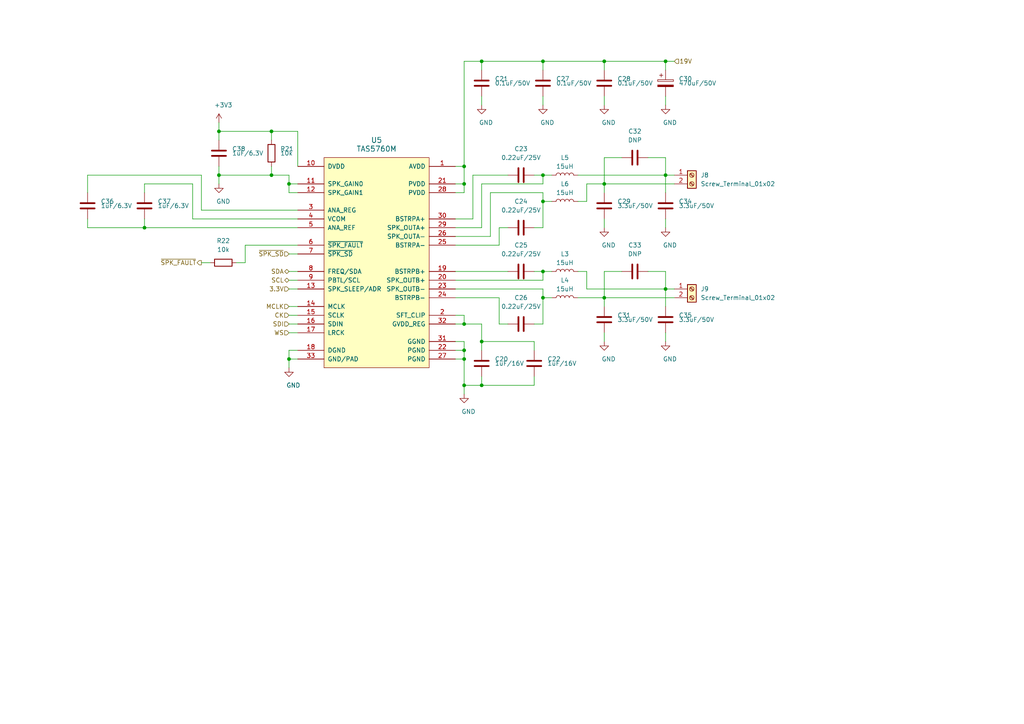
<source format=kicad_sch>
(kicad_sch (version 20201015) (generator eeschema)
  (paper "A4")
  (lib_symbols
    (symbol "Connector:Screw_Terminal_01x02" (pin_names (offset 1.016) hide)
      (property "Reference" "J" (at 0 2.54 0))
      (property "Value" "Screw_Terminal_01x02" (at 0 -5.08 0))
      (symbol "Screw_Terminal_01x02_1_1"
        (circle (center 0 -2.54) (radius 0.635) (stroke (width 0.1524)))
        (circle (center 0 0) (radius 0.635) (stroke (width 0.1524)))
        (rectangle (start -1.27 1.27) (end 1.27 -3.81) (stroke (width 0.254)) (fill (type background)))
        (polyline (pts (xy -0.5334 -2.2098) (xy 0.3302 -3.048)) (stroke (width 0.1524)))
        (polyline (pts (xy -0.5334 0.3302) (xy 0.3302 -0.508)) (stroke (width 0.1524)))
        (polyline (pts (xy -0.3556 -2.032) (xy 0.508 -2.8702)) (stroke (width 0.1524)))
        (polyline (pts (xy -0.3556 0.508) (xy 0.508 -0.3302)) (stroke (width 0.1524)))
        (pin passive line (at -5.08 0 0) (length 3.81) (name "Pin_1") (number "1"))
        (pin passive line (at -5.08 -2.54 0) (length 3.81) (name "Pin_2") (number "2"))
      )
    )
    (symbol "Device:C" (pin_numbers hide) (pin_names (offset 0.254))
      (property "Reference" "C" (at 0.635 2.54 0))
      (property "Value" "C" (at 0.635 -2.54 0))
      (symbol "C_0_1"
        (polyline (pts (xy -2.032 -0.762) (xy 2.032 -0.762)) (stroke (width 0.508)))
        (polyline (pts (xy -2.032 0.762) (xy 2.032 0.762)) (stroke (width 0.508)))
      )
      (symbol "C_1_1"
        (pin passive line (at 0 3.81 270) (length 2.794) (name "~") (number "1"))
        (pin passive line (at 0 -3.81 90) (length 2.794) (name "~") (number "2"))
      )
    )
    (symbol "Device:C_Polarized" (pin_numbers hide) (pin_names (offset 0.254))
      (property "Reference" "C" (at 0.635 2.54 0))
      (property "Value" "C_Polarized" (at 0.635 -2.54 0))
      (symbol "C_Polarized_0_1"
        (rectangle (start -2.286 0.508) (end 2.286 1.016))
        (rectangle (start 2.286 -0.508) (end -2.286 -1.016) (fill (type outline)))
        (polyline (pts (xy -1.778 2.286) (xy -0.762 2.286)))
        (polyline (pts (xy -1.27 2.794) (xy -1.27 1.778)))
      )
      (symbol "C_Polarized_1_1"
        (pin passive line (at 0 3.81 270) (length 2.794) (name "~") (number "1"))
        (pin passive line (at 0 -3.81 90) (length 2.794) (name "~") (number "2"))
      )
    )
    (symbol "Device:L" (pin_numbers hide) (pin_names (offset 1.016) hide)
      (property "Reference" "L" (at -1.27 0 90))
      (property "Value" "L" (at 1.905 0 90))
      (symbol "L_0_1"
        (arc (start 0 -2.54) (end 0 -1.27) (radius (at 0 -1.905) (length 0.635) (angles -89.9 89.9)))
        (arc (start 0 -1.27) (end 0 0) (radius (at 0 -0.635) (length 0.635) (angles -89.9 89.9)))
        (arc (start 0 0) (end 0 1.27) (radius (at 0 0.635) (length 0.635) (angles -89.9 89.9)))
        (arc (start 0 1.27) (end 0 2.54) (radius (at 0 1.905) (length 0.635) (angles -89.9 89.9)))
      )
      (symbol "L_1_1"
        (pin passive line (at 0 3.81 270) (length 1.27) (name "1") (number "1"))
        (pin passive line (at 0 -3.81 90) (length 1.27) (name "2") (number "2"))
      )
    )
    (symbol "Device:R" (pin_numbers hide) (pin_names (offset 0))
      (property "Reference" "R" (at 2.032 0 90))
      (property "Value" "R" (at 0 0 90))
      (symbol "R_0_1"
        (rectangle (start -1.016 -2.54) (end 1.016 2.54) (stroke (width 0.254)))
      )
      (symbol "R_1_1"
        (pin passive line (at 0 3.81 270) (length 1.27) (name "~") (number "1"))
        (pin passive line (at 0 -3.81 90) (length 1.27) (name "~") (number "2"))
      )
    )
    (symbol "HackAmp-Symbols:TAS5760M" (pin_names (offset 1.016))
      (property "Reference" "U" (at -7.62 31.75 0))
      (property "Value" "TAS5760M" (at 5.08 31.75 0))
      (symbol "TAS5760M_1_1"
        (rectangle (start -15.24 -30.48) (end 15.24 30.48) (fill (type background)))
        (pin power_in line (at 22.86 27.94 180) (length 7.62) (name "AVDD") (number "1"))
        (pin power_in line (at -22.86 27.94 0) (length 7.62) (name "DVDD") (number "10"))
        (pin input line (at -22.86 22.86 0) (length 7.62) (name "SPK_GAIN0") (number "11"))
        (pin input line (at -22.86 20.32 0) (length 7.62) (name "SPK_GAIN1") (number "12"))
        (pin input line (at -22.86 -7.62 0) (length 7.62) (name "SPK_SLEEP/ADR") (number "13"))
        (pin input line (at -22.86 -12.7 0) (length 7.62) (name "MCLK") (number "14"))
        (pin input line (at -22.86 -15.24 0) (length 7.62) (name "SCLK") (number "15"))
        (pin input line (at -22.86 -17.78 0) (length 7.62) (name "SDIN") (number "16"))
        (pin input line (at -22.86 -20.32 0) (length 7.62) (name "LRCK") (number "17"))
        (pin power_in line (at -22.86 -25.4 0) (length 7.62) (name "DGND") (number "18"))
        (pin power_out line (at 22.86 -2.54 180) (length 7.62) (name "BSTRPB+") (number "19"))
        (pin input line (at 22.86 -15.24 180) (length 7.62) (name "SFT_CLIP") (number "2"))
        (pin output line (at 22.86 -5.08 180) (length 7.62) (name "SPK_OUTB+") (number "20"))
        (pin power_in line (at 22.86 22.86 180) (length 7.62) (name "PVDD") (number "21"))
        (pin power_in line (at 22.86 -25.4 180) (length 7.62) (name "PGND") (number "22"))
        (pin output line (at 22.86 -7.62 180) (length 7.62) (name "SPK_OUTB-") (number "23"))
        (pin power_out line (at 22.86 -10.16 180) (length 7.62) (name "BSTRPB-") (number "24"))
        (pin power_out line (at 22.86 5.08 180) (length 7.62) (name "BSTRPA-") (number "25"))
        (pin output line (at 22.86 7.62 180) (length 7.62) (name "SPK_OUTA-") (number "26"))
        (pin power_in line (at 22.86 -27.94 180) (length 7.62) (name "PGND") (number "27"))
        (pin power_in line (at 22.86 20.32 180) (length 7.62) (name "PVDD") (number "28"))
        (pin output line (at 22.86 10.16 180) (length 7.62) (name "SPK_OUTA+") (number "29"))
        (pin power_out line (at -22.86 15.24 0) (length 7.62) (name "ANA_REG") (number "3"))
        (pin power_out line (at 22.86 12.7 180) (length 7.62) (name "BSTRPA+") (number "30"))
        (pin power_in line (at 22.86 -22.86 180) (length 7.62) (name "GGND") (number "31"))
        (pin power_out line (at 22.86 -17.78 180) (length 7.62) (name "GVDD_REG") (number "32"))
        (pin power_in line (at -22.86 -27.94 0) (length 7.62) (name "GND/PAD") (number "33"))
        (pin power_out line (at -22.86 12.7 0) (length 7.62) (name "VCOM") (number "4"))
        (pin power_out line (at -22.86 10.16 0) (length 7.62) (name "ANA_REF") (number "5"))
        (pin output line (at -22.86 5.08 0) (length 7.62) (name "~SPK_FAULT") (number "6"))
        (pin output line (at -22.86 2.54 0) (length 7.62) (name "~SPK_SD") (number "7"))
        (pin input line (at -22.86 -2.54 0) (length 7.62) (name "FREQ/SDA") (number "8"))
        (pin input line (at -22.86 -5.08 0) (length 7.62) (name "PBTL/SCL") (number "9"))
      )
    )
    (symbol "power:+3V3" (power) (pin_names (offset 0))
      (property "Value" "+3V3" (at 0 3.556 0))
      (symbol "+3V3_0_1"
        (polyline (pts (xy -0.762 1.27) (xy 0 2.54)))
        (polyline (pts (xy 0 0) (xy 0 2.54)))
        (polyline (pts (xy 0 2.54) (xy 0.762 1.27)))
      )
      (symbol "+3V3_1_1"
        (pin power_in line (at 0 0 90) (length 0) hide (name "+3V3") (number "1"))
      )
    )
    (symbol "power:GND" (power) (pin_names (offset 0))
      (property "Value" "GND" (at 0 -3.81 0))
      (symbol "GND_0_1"
        (polyline (pts (xy 0 0) (xy 0 -1.27) (xy 1.27 -1.27) (xy 0 -2.54) (xy -1.27 -1.27) (xy 0 -1.27)))
      )
      (symbol "GND_1_1"
        (pin power_in line (at 0 0 270) (length 0) hide (name "GND") (number "1"))
      )
    )
  )
  (junction (at 41.91 66.04) (diameter 0.9144))
  (junction (at 63.5 38.1) (diameter 0.9144))
  (junction (at 63.5 50.8) (diameter 0.9144))
  (junction (at 78.74 38.1) (diameter 0.9144))
  (junction (at 78.74 50.8) (diameter 0.9144))
  (junction (at 83.82 53.34) (diameter 0.9144))
  (junction (at 83.82 104.14) (diameter 0.9144))
  (junction (at 134.62 48.26) (diameter 0.9144))
  (junction (at 134.62 53.34) (diameter 0.9144))
  (junction (at 134.62 93.98) (diameter 0.9144))
  (junction (at 134.62 101.6) (diameter 0.9144))
  (junction (at 134.62 104.14) (diameter 0.9144))
  (junction (at 134.62 111.76) (diameter 0.9144))
  (junction (at 139.7 17.78) (diameter 0.9144))
  (junction (at 139.7 99.06) (diameter 0.9144))
  (junction (at 139.7 111.76) (diameter 0.9144))
  (junction (at 157.48 17.78) (diameter 0.9144))
  (junction (at 157.48 50.8) (diameter 0.9144))
  (junction (at 157.48 58.42) (diameter 0.9144))
  (junction (at 157.48 78.74) (diameter 0.9144))
  (junction (at 157.48 86.36) (diameter 0.9144))
  (junction (at 175.26 17.78) (diameter 0.9144))
  (junction (at 175.26 53.34) (diameter 0.9144))
  (junction (at 175.26 86.36) (diameter 0.9144))
  (junction (at 193.04 17.78) (diameter 0.9144))
  (junction (at 193.04 50.8) (diameter 0.9144))
  (junction (at 193.04 83.82) (diameter 0.9144))
  (wire (pts (xy 25.4 50.8) (xy 25.4 55.88)))
  (wire (pts (xy 25.4 63.5) (xy 25.4 66.04)))
  (wire (pts (xy 25.4 66.04) (xy 41.91 66.04)))
  (wire (pts (xy 41.91 53.34) (xy 41.91 55.88)))
  (wire (pts (xy 41.91 53.34) (xy 55.88 53.34)))
  (wire (pts (xy 41.91 63.5) (xy 41.91 66.04)))
  (wire (pts (xy 41.91 66.04) (xy 86.36 66.04)))
  (wire (pts (xy 55.88 53.34) (xy 55.88 63.5)))
  (wire (pts (xy 55.88 63.5) (xy 86.36 63.5)))
  (wire (pts (xy 58.42 50.8) (xy 25.4 50.8)))
  (wire (pts (xy 58.42 60.96) (xy 58.42 50.8)))
  (wire (pts (xy 58.42 76.2) (xy 60.96 76.2)))
  (wire (pts (xy 63.5 35.56) (xy 63.5 38.1)))
  (wire (pts (xy 63.5 38.1) (xy 63.5 40.64)))
  (wire (pts (xy 63.5 38.1) (xy 78.74 38.1)))
  (wire (pts (xy 63.5 50.8) (xy 63.5 48.26)))
  (wire (pts (xy 63.5 50.8) (xy 63.5 53.34)))
  (wire (pts (xy 63.5 50.8) (xy 78.74 50.8)))
  (wire (pts (xy 71.12 71.12) (xy 71.12 76.2)))
  (wire (pts (xy 71.12 76.2) (xy 68.58 76.2)))
  (wire (pts (xy 78.74 38.1) (xy 78.74 40.64)))
  (wire (pts (xy 78.74 50.8) (xy 78.74 48.26)))
  (wire (pts (xy 83.82 50.8) (xy 78.74 50.8)))
  (wire (pts (xy 83.82 50.8) (xy 83.82 53.34)))
  (wire (pts (xy 83.82 53.34) (xy 83.82 55.88)))
  (wire (pts (xy 83.82 55.88) (xy 86.36 55.88)))
  (wire (pts (xy 83.82 73.66) (xy 86.36 73.66)))
  (wire (pts (xy 83.82 78.74) (xy 86.36 78.74)))
  (wire (pts (xy 83.82 81.28) (xy 86.36 81.28)))
  (wire (pts (xy 83.82 83.82) (xy 86.36 83.82)))
  (wire (pts (xy 83.82 88.9) (xy 86.36 88.9)))
  (wire (pts (xy 83.82 91.44) (xy 86.36 91.44)))
  (wire (pts (xy 83.82 93.98) (xy 86.36 93.98)))
  (wire (pts (xy 83.82 96.52) (xy 86.36 96.52)))
  (wire (pts (xy 83.82 101.6) (xy 83.82 104.14)))
  (wire (pts (xy 83.82 104.14) (xy 83.82 106.68)))
  (wire (pts (xy 83.82 104.14) (xy 86.36 104.14)))
  (wire (pts (xy 86.36 38.1) (xy 78.74 38.1)))
  (wire (pts (xy 86.36 48.26) (xy 86.36 38.1)))
  (wire (pts (xy 86.36 53.34) (xy 83.82 53.34)))
  (wire (pts (xy 86.36 60.96) (xy 58.42 60.96)))
  (wire (pts (xy 86.36 71.12) (xy 71.12 71.12)))
  (wire (pts (xy 86.36 101.6) (xy 83.82 101.6)))
  (wire (pts (xy 132.08 48.26) (xy 134.62 48.26)))
  (wire (pts (xy 132.08 53.34) (xy 134.62 53.34)))
  (wire (pts (xy 132.08 55.88) (xy 134.62 55.88)))
  (wire (pts (xy 132.08 68.58) (xy 142.24 68.58)))
  (wire (pts (xy 132.08 78.74) (xy 147.32 78.74)))
  (wire (pts (xy 132.08 83.82) (xy 157.48 83.82)))
  (wire (pts (xy 132.08 91.44) (xy 134.62 91.44)))
  (wire (pts (xy 132.08 93.98) (xy 134.62 93.98)))
  (wire (pts (xy 132.08 99.06) (xy 134.62 99.06)))
  (wire (pts (xy 132.08 101.6) (xy 134.62 101.6)))
  (wire (pts (xy 134.62 17.78) (xy 134.62 48.26)))
  (wire (pts (xy 134.62 17.78) (xy 139.7 17.78)))
  (wire (pts (xy 134.62 53.34) (xy 134.62 48.26)))
  (wire (pts (xy 134.62 55.88) (xy 134.62 53.34)))
  (wire (pts (xy 134.62 91.44) (xy 134.62 93.98)))
  (wire (pts (xy 134.62 99.06) (xy 134.62 101.6)))
  (wire (pts (xy 134.62 101.6) (xy 134.62 104.14)))
  (wire (pts (xy 134.62 104.14) (xy 132.08 104.14)))
  (wire (pts (xy 134.62 111.76) (xy 134.62 104.14)))
  (wire (pts (xy 134.62 111.76) (xy 134.62 114.3)))
  (wire (pts (xy 137.16 50.8) (xy 137.16 63.5)))
  (wire (pts (xy 137.16 63.5) (xy 132.08 63.5)))
  (wire (pts (xy 139.7 17.78) (xy 139.7 20.32)))
  (wire (pts (xy 139.7 27.94) (xy 139.7 30.48)))
  (wire (pts (xy 139.7 53.34) (xy 139.7 66.04)))
  (wire (pts (xy 139.7 66.04) (xy 132.08 66.04)))
  (wire (pts (xy 139.7 93.98) (xy 134.62 93.98)))
  (wire (pts (xy 139.7 99.06) (xy 139.7 93.98)))
  (wire (pts (xy 139.7 99.06) (xy 139.7 101.6)))
  (wire (pts (xy 139.7 99.06) (xy 154.94 99.06)))
  (wire (pts (xy 139.7 109.22) (xy 139.7 111.76)))
  (wire (pts (xy 139.7 111.76) (xy 134.62 111.76)))
  (wire (pts (xy 139.7 111.76) (xy 154.94 111.76)))
  (wire (pts (xy 142.24 55.88) (xy 157.48 55.88)))
  (wire (pts (xy 142.24 68.58) (xy 142.24 55.88)))
  (wire (pts (xy 144.78 66.04) (xy 144.78 71.12)))
  (wire (pts (xy 144.78 71.12) (xy 132.08 71.12)))
  (wire (pts (xy 144.78 86.36) (xy 132.08 86.36)))
  (wire (pts (xy 144.78 93.98) (xy 144.78 86.36)))
  (wire (pts (xy 147.32 50.8) (xy 137.16 50.8)))
  (wire (pts (xy 147.32 66.04) (xy 144.78 66.04)))
  (wire (pts (xy 147.32 93.98) (xy 144.78 93.98)))
  (wire (pts (xy 154.94 50.8) (xy 157.48 50.8)))
  (wire (pts (xy 154.94 78.74) (xy 157.48 78.74)))
  (wire (pts (xy 154.94 99.06) (xy 154.94 101.6)))
  (wire (pts (xy 154.94 111.76) (xy 154.94 109.22)))
  (wire (pts (xy 157.48 17.78) (xy 139.7 17.78)))
  (wire (pts (xy 157.48 17.78) (xy 175.26 17.78)))
  (wire (pts (xy 157.48 20.32) (xy 157.48 17.78)))
  (wire (pts (xy 157.48 27.94) (xy 157.48 30.48)))
  (wire (pts (xy 157.48 50.8) (xy 157.48 53.34)))
  (wire (pts (xy 157.48 50.8) (xy 160.02 50.8)))
  (wire (pts (xy 157.48 53.34) (xy 139.7 53.34)))
  (wire (pts (xy 157.48 55.88) (xy 157.48 58.42)))
  (wire (pts (xy 157.48 58.42) (xy 157.48 66.04)))
  (wire (pts (xy 157.48 58.42) (xy 160.02 58.42)))
  (wire (pts (xy 157.48 66.04) (xy 154.94 66.04)))
  (wire (pts (xy 157.48 78.74) (xy 157.48 81.28)))
  (wire (pts (xy 157.48 78.74) (xy 160.02 78.74)))
  (wire (pts (xy 157.48 81.28) (xy 132.08 81.28)))
  (wire (pts (xy 157.48 83.82) (xy 157.48 86.36)))
  (wire (pts (xy 157.48 86.36) (xy 157.48 93.98)))
  (wire (pts (xy 157.48 86.36) (xy 160.02 86.36)))
  (wire (pts (xy 157.48 93.98) (xy 154.94 93.98)))
  (wire (pts (xy 167.64 50.8) (xy 193.04 50.8)))
  (wire (pts (xy 167.64 58.42) (xy 170.18 58.42)))
  (wire (pts (xy 167.64 86.36) (xy 175.26 86.36)))
  (wire (pts (xy 170.18 53.34) (xy 175.26 53.34)))
  (wire (pts (xy 170.18 58.42) (xy 170.18 53.34)))
  (wire (pts (xy 170.18 78.74) (xy 167.64 78.74)))
  (wire (pts (xy 170.18 83.82) (xy 170.18 78.74)))
  (wire (pts (xy 175.26 17.78) (xy 175.26 20.32)))
  (wire (pts (xy 175.26 17.78) (xy 193.04 17.78)))
  (wire (pts (xy 175.26 27.94) (xy 175.26 30.48)))
  (wire (pts (xy 175.26 45.72) (xy 180.34 45.72)))
  (wire (pts (xy 175.26 53.34) (xy 175.26 45.72)))
  (wire (pts (xy 175.26 53.34) (xy 175.26 55.88)))
  (wire (pts (xy 175.26 53.34) (xy 195.58 53.34)))
  (wire (pts (xy 175.26 63.5) (xy 175.26 66.04)))
  (wire (pts (xy 175.26 78.74) (xy 175.26 86.36)))
  (wire (pts (xy 175.26 86.36) (xy 175.26 88.9)))
  (wire (pts (xy 175.26 86.36) (xy 195.58 86.36)))
  (wire (pts (xy 175.26 96.52) (xy 175.26 99.06)))
  (wire (pts (xy 180.34 78.74) (xy 175.26 78.74)))
  (wire (pts (xy 187.96 45.72) (xy 193.04 45.72)))
  (wire (pts (xy 187.96 78.74) (xy 193.04 78.74)))
  (wire (pts (xy 193.04 17.78) (xy 193.04 20.32)))
  (wire (pts (xy 193.04 17.78) (xy 195.58 17.78)))
  (wire (pts (xy 193.04 27.94) (xy 193.04 30.48)))
  (wire (pts (xy 193.04 45.72) (xy 193.04 50.8)))
  (wire (pts (xy 193.04 50.8) (xy 193.04 55.88)))
  (wire (pts (xy 193.04 50.8) (xy 195.58 50.8)))
  (wire (pts (xy 193.04 63.5) (xy 193.04 66.04)))
  (wire (pts (xy 193.04 78.74) (xy 193.04 83.82)))
  (wire (pts (xy 193.04 83.82) (xy 170.18 83.82)))
  (wire (pts (xy 193.04 83.82) (xy 193.04 88.9)))
  (wire (pts (xy 193.04 96.52) (xy 193.04 99.06)))
  (wire (pts (xy 195.58 83.82) (xy 193.04 83.82)))
  (hierarchical_label "~SPK_FAULT" (shape output) (at 58.42 76.2 180))
  (hierarchical_label "~SPK_SD" (shape input) (at 83.82 73.66 180))
  (hierarchical_label "SDA" (shape bidirectional) (at 83.82 78.74 180))
  (hierarchical_label "SCL" (shape bidirectional) (at 83.82 81.28 180))
  (hierarchical_label "3.3V" (shape input) (at 83.82 83.82 180))
  (hierarchical_label "MCLK" (shape input) (at 83.82 88.9 180))
  (hierarchical_label "CK" (shape input) (at 83.82 91.44 180))
  (hierarchical_label "SDI" (shape input) (at 83.82 93.98 180))
  (hierarchical_label "WS" (shape input) (at 83.82 96.52 180))
  (hierarchical_label "19V" (shape input) (at 195.58 17.78 0))
  (symbol (lib_id "power:+3V3") (at 63.5 35.56 0) (unit 1)
    (property "Reference" "#PWR0139" (effects hide))
    (property "Value" "+3V3" (at 64.77 30.48 0))
  )
  (symbol (lib_id "Device:L") (at 163.83 50.8 90) (unit 1)
    (property "Reference" "L5" (at 163.83 45.72 90))
    (property "Value" "15uH" (at 163.83 48.26 90))
    (property "Footprint" "HackAmp-Footprints:L_Bourns_SRR1208" (effects hide))
    (property "Part Name" "Bourns SRR1208-150ML" (effects hide))
  )
  (symbol (lib_id "Device:L") (at 163.83 58.42 90) (unit 1)
    (property "Reference" "L6" (at 163.83 53.34 90))
    (property "Value" "15uH" (at 163.83 55.88 90))
    (property "Footprint" "HackAmp-Footprints:L_Bourns_SRR1208" (effects hide))
    (property "Part Name" "Bourns SRR1208-150ML" (effects hide))
  )
  (symbol (lib_id "Device:L") (at 163.83 78.74 90) (unit 1)
    (property "Reference" "L3" (at 163.83 73.66 90))
    (property "Value" "15uH" (at 163.83 76.2 90))
    (property "Footprint" "HackAmp-Footprints:L_Bourns_SRR1208" (effects hide))
    (property "Part Name" "Bourns SRR1208-150ML" (effects hide))
  )
  (symbol (lib_id "Device:L") (at 163.83 86.36 90) (unit 1)
    (property "Reference" "L4" (at 163.83 81.28 90))
    (property "Value" "15uH" (at 163.83 83.82 90))
    (property "Footprint" "HackAmp-Footprints:L_Bourns_SRR1208" (effects hide))
    (property "Part Name" "Bourns SRR1208-150ML" (effects hide))
  )
  (symbol (lib_id "power:GND") (at 63.5 53.34 0) (unit 1)
    (property "Reference" "#PWR0138" (effects hide))
    (property "Value" "GND" (at 64.77 58.42 0))
  )
  (symbol (lib_id "power:GND") (at 83.82 106.68 0) (unit 1)
    (property "Reference" "#PWR0137" (effects hide))
    (property "Value" "GND" (at 85.09 111.76 0))
  )
  (symbol (lib_id "power:GND") (at 134.62 114.3 0) (unit 1)
    (property "Reference" "#PWR0131" (effects hide))
    (property "Value" "GND" (at 135.89 119.38 0))
  )
  (symbol (lib_id "power:GND") (at 139.7 30.48 0) (unit 1)
    (property "Reference" "#PWR0133" (effects hide))
    (property "Value" "GND" (at 140.97 35.56 0))
  )
  (symbol (lib_id "power:GND") (at 157.48 30.48 0) (unit 1)
    (property "Reference" "#PWR0132" (effects hide))
    (property "Value" "GND" (at 158.75 35.56 0))
  )
  (symbol (lib_id "power:GND") (at 175.26 30.48 0) (unit 1)
    (property "Reference" "#PWR0129" (effects hide))
    (property "Value" "GND" (at 176.53 35.56 0))
  )
  (symbol (lib_id "power:GND") (at 175.26 66.04 0) (unit 1)
    (property "Reference" "#PWR0130" (effects hide))
    (property "Value" "GND" (at 176.53 71.12 0))
  )
  (symbol (lib_id "power:GND") (at 175.26 99.06 0) (unit 1)
    (property "Reference" "#PWR0136" (effects hide))
    (property "Value" "GND" (at 176.53 104.14 0))
  )
  (symbol (lib_id "power:GND") (at 193.04 30.48 0) (unit 1)
    (property "Reference" "#PWR0128" (effects hide))
    (property "Value" "GND" (at 194.31 35.56 0))
  )
  (symbol (lib_id "power:GND") (at 193.04 66.04 0) (unit 1)
    (property "Reference" "#PWR0134" (effects hide))
    (property "Value" "GND" (at 194.31 71.12 0))
  )
  (symbol (lib_id "power:GND") (at 193.04 99.06 0) (unit 1)
    (property "Reference" "#PWR0135" (effects hide))
    (property "Value" "GND" (at 194.31 104.14 0))
  )
  (symbol (lib_id "Device:R") (at 64.77 76.2 270) (mirror x) (unit 1)
    (property "Reference" "R22" (at 64.77 69.85 90))
    (property "Value" "10k" (at 64.77 72.39 90))
    (property "Footprint" "Resistor_SMD:R_0603_1608Metric" (effects hide))
  )
  (symbol (lib_id "Device:R") (at 78.74 44.45 0) (mirror y) (unit 1)
    (property "Reference" "R21" (at 81.28 43.18 0) (effects (justify right)))
    (property "Value" "10k" (at 81.28 44.45 0) (effects (justify right)))
    (property "Footprint" "Resistor_SMD:R_0603_1608Metric" (effects hide))
  )
  (symbol (lib_id "Connector:Screw_Terminal_01x02") (at 200.66 50.8 0) (unit 1)
    (property "Reference" "J8" (at 203.2 50.8 0) (effects (justify left)))
    (property "Value" "Screw_Terminal_01x02" (at 203.2 53.34 0) (effects (justify left)))
    (property "Footprint" "HackAmp-Footprints:TE_796638-2_1x02_P5.08mm_Horizontal" (effects hide))
  )
  (symbol (lib_id "Connector:Screw_Terminal_01x02") (at 200.66 83.82 0) (unit 1)
    (property "Reference" "J9" (at 203.2 83.82 0) (effects (justify left)))
    (property "Value" "Screw_Terminal_01x02" (at 203.2 86.36 0) (effects (justify left)))
    (property "Footprint" "HackAmp-Footprints:TE_796638-2_1x02_P5.08mm_Horizontal" (effects hide))
  )
  (symbol (lib_id "Device:C") (at 25.4 59.69 0) (unit 1)
    (property "Reference" "C36" (at 29.21 58.42 0) (effects (justify left)))
    (property "Value" "1uF/6.3V" (at 29.21 59.69 0) (effects (justify left)))
    (property "Footprint" "Capacitor_SMD:C_0603_1608Metric" (effects hide))
  )
  (symbol (lib_id "Device:C") (at 41.91 59.69 0) (unit 1)
    (property "Reference" "C37" (at 45.72 58.42 0) (effects (justify left)))
    (property "Value" "1uF/6.3V" (at 45.72 59.69 0) (effects (justify left)))
    (property "Footprint" "Capacitor_SMD:C_0603_1608Metric" (effects hide))
  )
  (symbol (lib_id "Device:C") (at 63.5 44.45 180) (unit 1)
    (property "Reference" "C38" (at 67.31 43.18 0) (effects (justify right)))
    (property "Value" "1uF/6.3V" (at 67.31 44.45 0) (effects (justify right)))
    (property "Footprint" "Capacitor_SMD:C_0603_1608Metric" (effects hide))
  )
  (symbol (lib_id "Device:C") (at 139.7 24.13 0) (unit 1)
    (property "Reference" "C21" (at 143.51 22.86 0) (effects (justify left)))
    (property "Value" "0.1uF/50V" (at 143.51 24.13 0) (effects (justify left)))
    (property "Footprint" "Capacitor_SMD:C_0603_1608Metric" (effects hide))
  )
  (symbol (lib_id "Device:C") (at 139.7 105.41 0) (unit 1)
    (property "Reference" "C20" (at 143.51 104.14 0) (effects (justify left)))
    (property "Value" "1uF/16V" (at 143.51 105.41 0) (effects (justify left)))
    (property "Footprint" "Capacitor_SMD:C_0603_1608Metric" (effects hide))
  )
  (symbol (lib_id "Device:C") (at 151.13 50.8 90) (unit 1)
    (property "Reference" "C23" (at 151.13 43.18 90))
    (property "Value" "0.22uF/25V" (at 151.13 45.72 90))
    (property "Footprint" "Capacitor_SMD:C_0805_2012Metric" (effects hide))
  )
  (symbol (lib_id "Device:C") (at 151.13 66.04 90) (unit 1)
    (property "Reference" "C24" (at 151.13 58.42 90))
    (property "Value" "0.22uF/25V" (at 151.13 60.96 90))
    (property "Footprint" "Capacitor_SMD:C_0805_2012Metric" (effects hide))
  )
  (symbol (lib_id "Device:C") (at 151.13 78.74 90) (unit 1)
    (property "Reference" "C25" (at 151.13 71.12 90))
    (property "Value" "0.22uF/25V" (at 151.13 73.66 90))
    (property "Footprint" "Capacitor_SMD:C_0805_2012Metric" (effects hide))
  )
  (symbol (lib_id "Device:C") (at 151.13 93.98 90) (unit 1)
    (property "Reference" "C26" (at 151.13 86.36 90))
    (property "Value" "0.22uF/25V" (at 151.13 88.9 90))
    (property "Footprint" "Capacitor_SMD:C_0805_2012Metric" (effects hide))
  )
  (symbol (lib_id "Device:C") (at 154.94 105.41 0) (unit 1)
    (property "Reference" "C22" (at 158.75 104.14 0) (effects (justify left)))
    (property "Value" "1uF/16V" (at 158.75 105.41 0) (effects (justify left)))
    (property "Footprint" "Capacitor_SMD:C_0603_1608Metric" (effects hide))
  )
  (symbol (lib_id "Device:C") (at 157.48 24.13 0) (unit 1)
    (property "Reference" "C27" (at 161.29 22.86 0) (effects (justify left)))
    (property "Value" "0.1uF/50V" (at 161.29 24.13 0) (effects (justify left)))
    (property "Footprint" "Capacitor_SMD:C_0603_1608Metric" (effects hide))
  )
  (symbol (lib_id "Device:C") (at 175.26 24.13 0) (unit 1)
    (property "Reference" "C28" (at 179.07 22.86 0) (effects (justify left)))
    (property "Value" "0.1uF/50V" (at 179.07 24.13 0) (effects (justify left)))
    (property "Footprint" "Capacitor_SMD:C_0603_1608Metric" (effects hide))
  )
  (symbol (lib_id "Device:C") (at 175.26 59.69 0) (unit 1)
    (property "Reference" "C29" (at 179.07 58.42 0) (effects (justify left)))
    (property "Value" "3.3uF/50V" (at 179.07 59.69 0) (effects (justify left)))
    (property "Footprint" "Capacitor_SMD:C_0805_2012Metric" (effects hide))
    (property "Part Name" "TDK C2012X5R1H335K125AB" (effects hide))
  )
  (symbol (lib_id "Device:C") (at 175.26 92.71 0) (unit 1)
    (property "Reference" "C31" (at 179.07 91.44 0) (effects (justify left)))
    (property "Value" "3.3uF/50V" (at 179.07 92.71 0) (effects (justify left)))
    (property "Footprint" "Capacitor_SMD:C_0805_2012Metric" (effects hide))
    (property "Part Name" "TDK C2012X5R1H335K125AB" (effects hide))
  )
  (symbol (lib_id "Device:C") (at 184.15 45.72 270) (unit 1)
    (property "Reference" "C32" (at 184.15 38.1 90))
    (property "Value" "DNP" (at 184.15 40.64 90))
    (property "Footprint" "Capacitor_THT:C_Rect_L10.3mm_W4.5mm_P7.50mm_MKS4" (effects hide))
  )
  (symbol (lib_id "Device:C") (at 184.15 78.74 270) (unit 1)
    (property "Reference" "C33" (at 184.15 71.12 90))
    (property "Value" "DNP" (at 184.15 73.66 90))
    (property "Footprint" "Capacitor_THT:C_Rect_L10.3mm_W4.5mm_P7.50mm_MKS4" (effects hide))
  )
  (symbol (lib_id "Device:C_Polarized") (at 193.04 24.13 0) (unit 1)
    (property "Reference" "C30" (at 196.85 22.86 0) (effects (justify left)))
    (property "Value" "470uF/50V" (at 196.85 24.13 0) (effects (justify left)))
    (property "Footprint" "Capacitor_SMD:CP_Elec_16x17.5" (effects hide))
    (property "Part Name" "Nichicon UCD1J471MNQ1MS" (effects hide))
  )
  (symbol (lib_id "Device:C") (at 193.04 59.69 0) (unit 1)
    (property "Reference" "C34" (at 196.85 58.42 0) (effects (justify left)))
    (property "Value" "3.3uF/50V" (at 196.85 59.69 0) (effects (justify left)))
    (property "Footprint" "Capacitor_SMD:C_0805_2012Metric" (effects hide))
    (property "Part Name" "TDK C2012X5R1H335K125AB" (effects hide))
  )
  (symbol (lib_id "Device:C") (at 193.04 92.71 0) (unit 1)
    (property "Reference" "C35" (at 196.85 91.44 0) (effects (justify left)))
    (property "Value" "3.3uF/50V" (at 196.85 92.71 0) (effects (justify left)))
    (property "Footprint" "Capacitor_SMD:C_0805_2012Metric" (effects hide))
    (property "Part Name" "TDK C2012X5R1H335K125AB" (effects hide))
  )
  (symbol (lib_id "HackAmp-Symbols:TAS5760M") (at 109.22 76.2 0) (unit 1)
    (property "Reference" "U5" (at 109.22 40.64 0) (effects (font (size 1.524 1.524))))
    (property "Value" "TAS5760M" (at 109.22 43.18 0) (effects (font (size 1.524 1.524))))
    (property "Footprint" "HackAmp-Footprints:TexasInstruments_DAP32" (effects hide))
    (property "Datasheet" "https://www.ti.com/lit/ds/symlink/tas5760m.pdf" (effects hide))
  )
)
</source>
